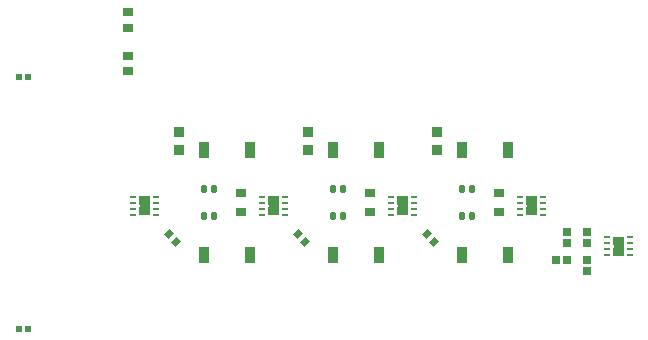
<source format=gtp>
G04*
G04 #@! TF.GenerationSoftware,Altium Limited,Altium Designer,22.10.1 (41)*
G04*
G04 Layer_Color=8421504*
%FSLAX44Y44*%
%MOMM*%
G71*
G04*
G04 #@! TF.SameCoordinates,7D2A880A-0552-440C-8A1C-2383AA23BDA6*
G04*
G04*
G04 #@! TF.FilePolarity,Positive*
G04*
G01*
G75*
%ADD15R,0.6500X0.7000*%
%ADD16R,0.7000X0.6500*%
G04:AMPARAMS|DCode=17|XSize=0.5mm|YSize=0.25mm|CornerRadius=0.05mm|HoleSize=0mm|Usage=FLASHONLY|Rotation=0.000|XOffset=0mm|YOffset=0mm|HoleType=Round|Shape=RoundedRectangle|*
%AMROUNDEDRECTD17*
21,1,0.5000,0.1500,0,0,0.0*
21,1,0.4000,0.2500,0,0,0.0*
1,1,0.1000,0.2000,-0.0750*
1,1,0.1000,-0.2000,-0.0750*
1,1,0.1000,-0.2000,0.0750*
1,1,0.1000,0.2000,0.0750*
%
%ADD17ROUNDEDRECTD17*%
G04:AMPARAMS|DCode=18|XSize=0.9mm|YSize=1.6mm|CornerRadius=0.0495mm|HoleSize=0mm|Usage=FLASHONLY|Rotation=0.000|XOffset=0mm|YOffset=0mm|HoleType=Round|Shape=RoundedRectangle|*
%AMROUNDEDRECTD18*
21,1,0.9000,1.5010,0,0,0.0*
21,1,0.8010,1.6000,0,0,0.0*
1,1,0.0990,0.4005,-0.7505*
1,1,0.0990,-0.4005,-0.7505*
1,1,0.0990,-0.4005,0.7505*
1,1,0.0990,0.4005,0.7505*
%
%ADD18ROUNDEDRECTD18*%
%ADD19R,0.9300X0.7900*%
%ADD20R,0.9700X0.9000*%
%ADD21R,0.9000X1.4000*%
%ADD22R,0.9500X0.8000*%
%ADD23R,0.5200X0.5200*%
G04:AMPARAMS|DCode=24|XSize=0.51mm|YSize=0.6mm|CornerRadius=0mm|HoleSize=0mm|Usage=FLASHONLY|Rotation=315.000|XOffset=0mm|YOffset=0mm|HoleType=Round|Shape=Rectangle|*
%AMROTATEDRECTD24*
4,1,4,-0.3925,-0.0318,0.0318,0.3925,0.3925,0.0318,-0.0318,-0.3925,-0.3925,-0.0318,0.0*
%
%ADD24ROTATEDRECTD24*%

G04:AMPARAMS|DCode=25|XSize=0.6mm|YSize=0.54mm|CornerRadius=0.1431mm|HoleSize=0mm|Usage=FLASHONLY|Rotation=270.000|XOffset=0mm|YOffset=0mm|HoleType=Round|Shape=RoundedRectangle|*
%AMROUNDEDRECTD25*
21,1,0.6000,0.2538,0,0,270.0*
21,1,0.3138,0.5400,0,0,270.0*
1,1,0.2862,-0.1269,-0.1569*
1,1,0.2862,-0.1269,0.1569*
1,1,0.2862,0.1269,0.1569*
1,1,0.2862,0.1269,-0.1569*
%
%ADD25ROUNDEDRECTD25*%
G36*
X630393Y184454D02*
X630534Y184313D01*
X630610Y184130D01*
Y184030D01*
Y178030D01*
Y177931D01*
X630534Y177747D01*
X630393Y177606D01*
X630209Y177530D01*
X622010D01*
X621827Y177606D01*
X621686Y177747D01*
X621610Y177931D01*
Y178030D01*
Y184030D01*
Y184130D01*
X621686Y184313D01*
X621827Y184454D01*
X622010Y184530D01*
X630209D01*
X630393Y184454D01*
D02*
G37*
G36*
X521173D02*
X521314Y184313D01*
X521390Y184130D01*
Y184030D01*
Y178030D01*
Y177931D01*
X521314Y177747D01*
X521173Y177606D01*
X520989Y177530D01*
X512790D01*
X512607Y177606D01*
X512466Y177747D01*
X512390Y177931D01*
Y178030D01*
Y184030D01*
Y184130D01*
X512466Y184313D01*
X512607Y184454D01*
X512790Y184530D01*
X520989D01*
X521173Y184454D01*
D02*
G37*
G36*
X411953D02*
X412094Y184313D01*
X412170Y184130D01*
Y184030D01*
Y178030D01*
Y177931D01*
X412094Y177747D01*
X411953Y177606D01*
X411769Y177530D01*
X403571D01*
X403387Y177606D01*
X403246Y177747D01*
X403170Y177931D01*
Y178030D01*
Y184030D01*
Y184130D01*
X403246Y184313D01*
X403387Y184454D01*
X403571Y184530D01*
X411769D01*
X411953Y184454D01*
D02*
G37*
G36*
X302733D02*
X302874Y184313D01*
X302950Y184130D01*
Y184030D01*
Y178030D01*
Y177931D01*
X302874Y177747D01*
X302733Y177606D01*
X302549Y177530D01*
X294350D01*
X294167Y177606D01*
X294026Y177747D01*
X293950Y177931D01*
Y178030D01*
Y184030D01*
Y184130D01*
X294026Y184313D01*
X294167Y184454D01*
X294350Y184530D01*
X302549D01*
X302733Y184454D01*
D02*
G37*
G36*
X630393Y175454D02*
X630534Y175313D01*
X630610Y175129D01*
Y175030D01*
Y169030D01*
Y168930D01*
X630534Y168747D01*
X630393Y168606D01*
X630209Y168530D01*
X622010D01*
X621827Y168606D01*
X621686Y168747D01*
X621610Y168930D01*
Y169030D01*
Y175030D01*
Y175129D01*
X621686Y175313D01*
X621827Y175454D01*
X622010Y175530D01*
X630209D01*
X630393Y175454D01*
D02*
G37*
G36*
X521173D02*
X521314Y175313D01*
X521390Y175129D01*
Y175030D01*
Y169030D01*
Y168930D01*
X521314Y168747D01*
X521173Y168606D01*
X520989Y168530D01*
X512790D01*
X512607Y168606D01*
X512466Y168747D01*
X512390Y168930D01*
Y169030D01*
Y175030D01*
Y175129D01*
X512466Y175313D01*
X512607Y175454D01*
X512790Y175530D01*
X520989D01*
X521173Y175454D01*
D02*
G37*
G36*
X411953D02*
X412094Y175313D01*
X412170Y175129D01*
Y175030D01*
Y169030D01*
Y168930D01*
X412094Y168747D01*
X411953Y168606D01*
X411769Y168530D01*
X403571D01*
X403387Y168606D01*
X403246Y168747D01*
X403170Y168930D01*
Y169030D01*
Y175030D01*
Y175129D01*
X403246Y175313D01*
X403387Y175454D01*
X403571Y175530D01*
X411769D01*
X411953Y175454D01*
D02*
G37*
G36*
X302733D02*
X302874Y175313D01*
X302950Y175129D01*
Y175030D01*
Y169030D01*
Y168930D01*
X302874Y168747D01*
X302733Y168606D01*
X302549Y168530D01*
X294350D01*
X294167Y168606D01*
X294026Y168747D01*
X293950Y168930D01*
Y169030D01*
Y175030D01*
Y175129D01*
X294026Y175313D01*
X294167Y175454D01*
X294350Y175530D01*
X302549D01*
X302733Y175454D01*
D02*
G37*
G36*
X704053Y150164D02*
X704194Y150023D01*
X704270Y149839D01*
Y149740D01*
Y143740D01*
Y143640D01*
X704194Y143457D01*
X704053Y143316D01*
X703869Y143240D01*
X695670D01*
X695487Y143316D01*
X695346Y143457D01*
X695270Y143640D01*
Y143740D01*
Y149740D01*
Y149839D01*
X695346Y150023D01*
X695487Y150164D01*
X695670Y150240D01*
X703869D01*
X704053Y150164D01*
D02*
G37*
G36*
Y141164D02*
X704194Y141023D01*
X704270Y140839D01*
Y140740D01*
Y134740D01*
Y134641D01*
X704194Y134457D01*
X704053Y134316D01*
X703869Y134240D01*
X695670D01*
X695487Y134316D01*
X695346Y134457D01*
X695270Y134641D01*
Y134740D01*
Y140740D01*
Y140839D01*
X695346Y141023D01*
X695487Y141164D01*
X695670Y141240D01*
X703869D01*
X704053Y141164D01*
D02*
G37*
D15*
X656260Y144780D02*
D03*
Y154280D02*
D03*
X672770D02*
D03*
Y144780D02*
D03*
Y130810D02*
D03*
Y121310D02*
D03*
D16*
X655930Y130810D02*
D03*
X646430D02*
D03*
D17*
X690270Y149740D02*
D03*
Y144740D02*
D03*
Y139740D02*
D03*
Y134740D02*
D03*
X709270D02*
D03*
Y139740D02*
D03*
Y144740D02*
D03*
Y149740D02*
D03*
X307950Y184030D02*
D03*
Y179030D02*
D03*
Y174030D02*
D03*
Y169030D02*
D03*
X288950D02*
D03*
Y174030D02*
D03*
Y179030D02*
D03*
Y184030D02*
D03*
X417170D02*
D03*
Y179030D02*
D03*
Y174030D02*
D03*
Y169030D02*
D03*
X398170D02*
D03*
Y174030D02*
D03*
Y179030D02*
D03*
Y184030D02*
D03*
X526390D02*
D03*
Y179030D02*
D03*
Y174030D02*
D03*
Y169030D02*
D03*
X507390D02*
D03*
Y174030D02*
D03*
Y179030D02*
D03*
Y184030D02*
D03*
X635610D02*
D03*
Y179030D02*
D03*
Y174030D02*
D03*
Y169030D02*
D03*
X616610D02*
D03*
Y174030D02*
D03*
Y179030D02*
D03*
Y184030D02*
D03*
D18*
X699770Y142240D02*
D03*
X298450Y176530D02*
D03*
X407670D02*
D03*
X516890D02*
D03*
X626110D02*
D03*
D19*
X379730Y187270D02*
D03*
Y170870D02*
D03*
X598170Y187270D02*
D03*
Y170870D02*
D03*
X488950D02*
D03*
Y187270D02*
D03*
D20*
X327660Y223520D02*
D03*
Y238720D02*
D03*
X546100Y223520D02*
D03*
Y238720D02*
D03*
X436880D02*
D03*
Y223520D02*
D03*
D21*
X387800Y134620D02*
D03*
X348800D02*
D03*
X458020Y223520D02*
D03*
X497020D02*
D03*
X458020Y134620D02*
D03*
X497020D02*
D03*
X606240D02*
D03*
X567240D02*
D03*
X606240Y223520D02*
D03*
X567240D02*
D03*
X348800D02*
D03*
X387800D02*
D03*
D22*
X284480Y303530D02*
D03*
Y290530D02*
D03*
Y340360D02*
D03*
Y327360D02*
D03*
D23*
X191770Y72390D02*
D03*
X199770D02*
D03*
Y285750D02*
D03*
X191770D02*
D03*
D24*
X537210Y152400D02*
D03*
X543786Y145824D02*
D03*
X427990Y152400D02*
D03*
X434566Y145824D02*
D03*
X318770Y152400D02*
D03*
X325346Y145824D02*
D03*
D25*
X567200Y190500D02*
D03*
X575800D02*
D03*
X567200Y167640D02*
D03*
X575800D02*
D03*
X357360Y190500D02*
D03*
X348760D02*
D03*
X466580D02*
D03*
X457980D02*
D03*
X466580Y167640D02*
D03*
X457980D02*
D03*
X357360D02*
D03*
X348760D02*
D03*
M02*

</source>
